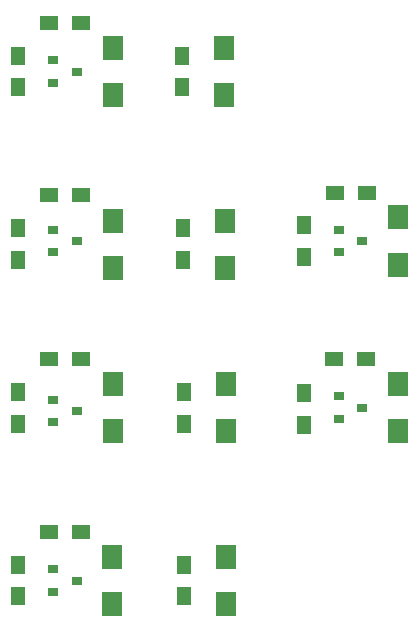
<source format=gbr>
G04 #@! TF.GenerationSoftware,KiCad,Pcbnew,5.0.1*
G04 #@! TF.CreationDate,2019-01-22T15:06:49+05:30*
G04 #@! TF.ProjectId,switches,73776974636865732E6B696361645F70,rev?*
G04 #@! TF.SameCoordinates,Original*
G04 #@! TF.FileFunction,Paste,Top*
G04 #@! TF.FilePolarity,Positive*
%FSLAX46Y46*%
G04 Gerber Fmt 4.6, Leading zero omitted, Abs format (unit mm)*
G04 Created by KiCad (PCBNEW 5.0.1) date Tue 22 Jan 2019 03:06:49 PM IST*
%MOMM*%
%LPD*%
G01*
G04 APERTURE LIST*
%ADD10R,1.700000X2.000000*%
%ADD11R,1.300000X1.500000*%
%ADD12R,1.500000X1.300000*%
%ADD13R,0.900000X0.800000*%
G04 APERTURE END LIST*
D10*
G04 #@! TO.C,D10*
X123249514Y-117209815D03*
X123249514Y-121209815D03*
G04 #@! TD*
G04 #@! TO.C,D9*
X123239730Y-106590725D03*
X123239730Y-102590725D03*
G04 #@! TD*
G04 #@! TO.C,D8*
X123182653Y-88733635D03*
X123182653Y-92733635D03*
G04 #@! TD*
G04 #@! TO.C,D7*
X123057679Y-78114545D03*
X123057679Y-74114545D03*
G04 #@! TD*
G04 #@! TO.C,D6*
X137860000Y-106578000D03*
X137860000Y-102578000D03*
G04 #@! TD*
G04 #@! TO.C,D5*
X137860000Y-88466905D03*
X137860000Y-92466905D03*
G04 #@! TD*
G04 #@! TO.C,D4*
X113644000Y-121209815D03*
X113644000Y-117209815D03*
G04 #@! TD*
G04 #@! TO.C,D3*
X113674000Y-102590725D03*
X113674000Y-106590725D03*
G04 #@! TD*
G04 #@! TO.C,D2*
X113674000Y-92733635D03*
X113674000Y-88733635D03*
G04 #@! TD*
G04 #@! TO.C,D1*
X113674000Y-74114545D03*
X113674000Y-78114545D03*
G04 #@! TD*
D11*
G04 #@! TO.C,R16*
X119693514Y-117859815D03*
X119693514Y-120559815D03*
G04 #@! TD*
G04 #@! TO.C,R13*
X119501679Y-77464545D03*
X119501679Y-74764545D03*
G04 #@! TD*
G04 #@! TO.C,R14*
X119626653Y-89383635D03*
X119626653Y-92083635D03*
G04 #@! TD*
G04 #@! TO.C,R15*
X119683730Y-105940725D03*
X119683730Y-103240725D03*
G04 #@! TD*
G04 #@! TO.C,R12*
X129862000Y-106018000D03*
X129862000Y-103318000D03*
G04 #@! TD*
G04 #@! TO.C,R7*
X105696000Y-74764545D03*
X105696000Y-77464545D03*
G04 #@! TD*
G04 #@! TO.C,R8*
X105696000Y-92083635D03*
X105696000Y-89383635D03*
G04 #@! TD*
G04 #@! TO.C,R9*
X105696000Y-103240725D03*
X105696000Y-105940725D03*
G04 #@! TD*
G04 #@! TO.C,R10*
X105626000Y-120559815D03*
X105626000Y-117859815D03*
G04 #@! TD*
G04 #@! TO.C,R11*
X129862000Y-89116905D03*
X129862000Y-91816905D03*
G04 #@! TD*
D12*
G04 #@! TO.C,R6*
X132450000Y-100443450D03*
X135150000Y-100443450D03*
G04 #@! TD*
G04 #@! TO.C,R5*
X132508000Y-86360000D03*
X135208000Y-86360000D03*
G04 #@! TD*
G04 #@! TO.C,R4*
X108264000Y-115075270D03*
X110964000Y-115075270D03*
G04 #@! TD*
G04 #@! TO.C,R3*
X110964000Y-100456180D03*
X108264000Y-100456180D03*
G04 #@! TD*
G04 #@! TO.C,R2*
X108264000Y-86599090D03*
X110964000Y-86599090D03*
G04 #@! TD*
G04 #@! TO.C,R1*
X110964000Y-71980000D03*
X108264000Y-71980000D03*
G04 #@! TD*
D13*
G04 #@! TO.C,Q6*
X132800000Y-103628000D03*
X132800000Y-105528000D03*
X134800000Y-104578000D03*
G04 #@! TD*
G04 #@! TO.C,Q1*
X110614000Y-76114545D03*
X108614000Y-77064545D03*
X108614000Y-75164545D03*
G04 #@! TD*
G04 #@! TO.C,Q2*
X108614000Y-89529635D03*
X108614000Y-91429635D03*
X110614000Y-90479635D03*
G04 #@! TD*
G04 #@! TO.C,Q3*
X110614000Y-104844725D03*
X108614000Y-105794725D03*
X108614000Y-103894725D03*
G04 #@! TD*
G04 #@! TO.C,Q5*
X132800000Y-89516905D03*
X132800000Y-91416905D03*
X134800000Y-90466905D03*
G04 #@! TD*
G04 #@! TO.C,Q4*
X110614000Y-119209815D03*
X108614000Y-120159815D03*
X108614000Y-118259815D03*
G04 #@! TD*
M02*

</source>
